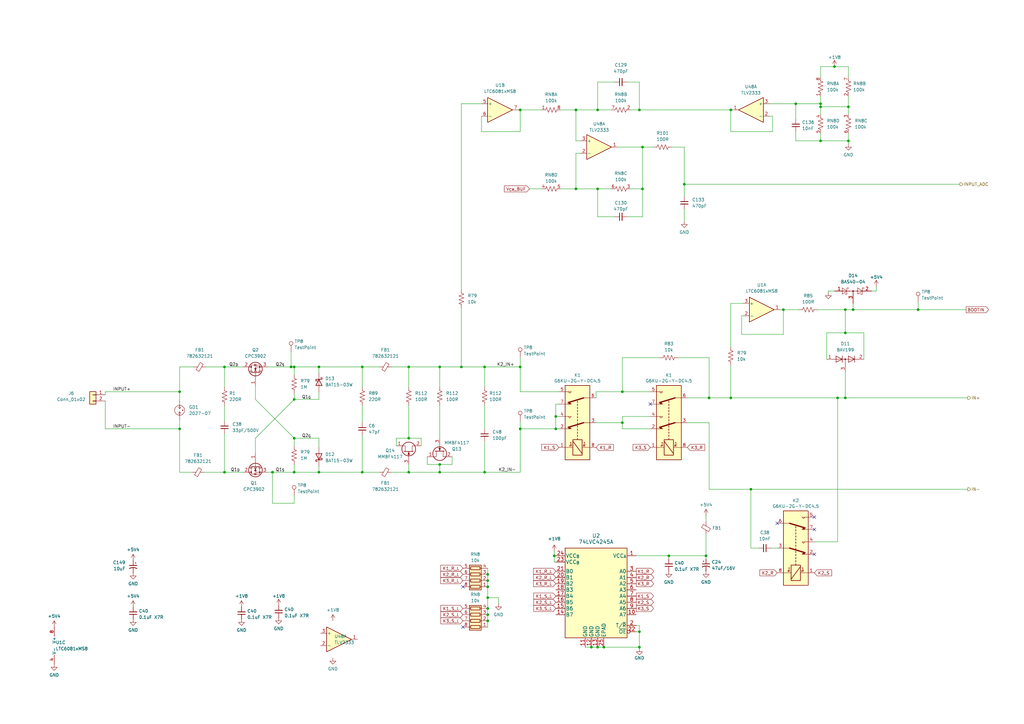
<source format=kicad_sch>
(kicad_sch (version 20230121) (generator eeschema)
  (paper "A3")
  (lib_symbols
    (symbol "Amplifier_Operational:LTC6081xMS8" (pin_names (offset 0.127))
      (property "Reference" "U" (at 0 5.08 0))
      (property "Value" "LTC6081xMS8" (at 0 -5.08 0))
      (symbol "LTC6081xMS8_1_1"
        (pin output line (at 7.62 0 180) (length 2.54) (name "~") (number "1"))
        (pin input line (at -7.62 -2.54 0) (length 2.54) (name "-") (number "2"))
        (pin input line (at -7.62 2.54 0) (length 2.54) (name "+") (number "3"))
      )
      (symbol "LTC6081xMS8_2_1"
        (pin input line (at -7.62 2.54 0) (length 2.54) (name "+") (number "5"))
        (pin input line (at -7.62 -2.54 0) (length 2.54) (name "-") (number "6"))
        (pin output line (at 7.62 0 180) (length 2.54) (name "~") (number "7"))
      )
      (symbol "LTC6081xMS8_3_1"
        (pin power_in line (at -2.54 -7.62 90) (length 3.81) (name "V-") (number "4"))
        (pin power_in line (at -2.54 7.62 270) (length 3.81) (name "V+") (number "8"))
      )
    )
    (symbol "Amplifier_Operational:TLV2372" (pin_names (offset 0.127))
      (property "Reference" "U" (at 0 5.08 0))
      (property "Value" "TLV2372" (at 0 -5.08 0))
      (symbol "TLV2372_1_1"
        (pin output line (at 7.62 0 180) (length 2.54) (name "~") (number "1"))
        (pin input line (at -7.62 -2.54 0) (length 2.54) (name "-") (number "2"))
        (pin input line (at -7.62 2.54 0) (length 2.54) (name "+") (number "3"))
      )
      (symbol "TLV2372_2_1"
        (pin input line (at -7.62 2.54 0) (length 2.54) (name "+") (number "5"))
        (pin input line (at -7.62 -2.54 0) (length 2.54) (name "-") (number "6"))
        (pin output line (at 7.62 0 180) (length 2.54) (name "~") (number "7"))
      )
      (symbol "TLV2372_3_1"
        (pin power_in line (at -2.54 -7.62 90) (length 3.81) (name "V-") (number "4"))
        (pin power_in line (at -2.54 7.62 270) (length 3.81) (name "V+") (number "8"))
      )
    )
    (symbol "Connector:TestPoint" (pin_numbers hide) (pin_names (offset 0.762) hide)
      (property "Reference" "TP" (at 0 6.858 0))
      (property "Value" "TestPoint" (at 0 5.08 0))
      (symbol "TestPoint_1_1"
        (pin passive line (at 0 0 90) (length 2.54) (name "1") (number "1"))
      )
    )
    (symbol "Connector_Generic:Conn_01x02" (pin_names (offset 1.016) hide)
      (property "Reference" "J" (at 0 2.54 0))
      (property "Value" "Conn_01x02" (at 0 -5.08 0))
      (symbol "Conn_01x02_1_1"
        (pin passive line (at -5.08 0 0) (length 3.81) (name "Pin_1") (number "1"))
        (pin passive line (at -5.08 -2.54 0) (length 3.81) (name "Pin_2") (number "2"))
      )
    )
    (symbol "Device:CP1_Small" (pin_numbers hide) (pin_names (offset 0.254) hide)
      (property "Reference" "C" (at 0.254 1.778 0))
      (property "Value" "CP1_Small" (at 0.254 -2.032 0))
      (symbol "CP1_Small_1_1"
        (pin passive line (at 0 2.54 270) (length 2.032) (name "~") (number "1"))
        (pin passive line (at 0 -2.54 90) (length 2.032) (name "~") (number "2"))
      )
    )
    (symbol "Device:C_Small" (pin_numbers hide) (pin_names (offset 0.254) hide)
      (property "Reference" "C" (at 0.254 1.778 0))
      (property "Value" "C_Small" (at 0.254 -2.032 0))
      (symbol "C_Small_1_1"
        (pin passive line (at 0 2.54 270) (length 2.032) (name "~") (number "1"))
        (pin passive line (at 0 -2.54 90) (length 2.032) (name "~") (number "2"))
      )
    )
    (symbol "Device:Ferrite_Bead_Small" (pin_numbers hide) (pin_names (offset 0))
      (property "Reference" "FB" (at 1.905 1.27 0))
      (property "Value" "Ferrite_Bead_Small" (at 1.905 -1.27 0))
      (symbol "Ferrite_Bead_Small_1_1"
        (pin passive line (at 0 2.54 270) (length 1.27) (name "~") (number "1"))
        (pin passive line (at 0 -2.54 90) (length 1.27) (name "~") (number "2"))
      )
    )
    (symbol "Device:GDT_2pin" (pin_numbers hide)
      (property "Reference" "GD1" (at 3.81 1.27 0))
      (property "Value" "2027-07" (at 3.81 -1.27 0))
      (symbol "GDT_2pin_1_1"
        (pin passive line (at 0 -3.81 90) (length 2.54) (name "~") (number "1"))
        (pin passive line (at 0 3.81 270) (length 2.54) (name "~") (number "2"))
      )
    )
    (symbol "Device:R_Pack04" (pin_names (offset 0) hide)
      (property "Reference" "RN" (at -7.62 0 90))
      (property "Value" "R_Pack04" (at 5.08 0 90))
      (symbol "R_Pack04_1_1"
        (pin passive line (at -5.08 -5.08 90) (length 2.54) (name "R1.1") (number "1"))
        (pin passive line (at -2.54 -5.08 90) (length 2.54) (name "R2.1") (number "2"))
        (pin passive line (at 0 -5.08 90) (length 2.54) (name "R3.1") (number "3"))
        (pin passive line (at 2.54 -5.08 90) (length 2.54) (name "R4.1") (number "4"))
        (pin passive line (at 2.54 5.08 270) (length 2.54) (name "R4.2") (number "5"))
        (pin passive line (at 0 5.08 270) (length 2.54) (name "R3.2") (number "6"))
        (pin passive line (at -2.54 5.08 270) (length 2.54) (name "R2.2") (number "7"))
        (pin passive line (at -5.08 5.08 270) (length 2.54) (name "R1.2") (number "8"))
      )
    )
    (symbol "Device:R_US" (pin_numbers hide) (pin_names (offset 0))
      (property "Reference" "R" (at 2.54 0 90))
      (property "Value" "R_US" (at -2.54 0 90))
      (symbol "R_US_1_1"
        (pin passive line (at 0 3.81 270) (length 1.27) (name "~") (number "1"))
        (pin passive line (at 0 -3.81 90) (length 1.27) (name "~") (number "2"))
      )
    )
    (symbol "Device:R_array_US_4parallel" (pin_names (offset 0))
      (property "Reference" "RN" (at 2.54 0 90))
      (property "Value" "R_array_US_4parallel" (at -2.54 0 90))
      (symbol "R_array_US_4parallel_1_1"
        (pin passive line (at 0 3.81 270) (length 1.27) (name "~") (number "1"))
        (pin passive line (at 0 -3.81 90) (length 1.27) (name "~") (number "8"))
      )
      (symbol "R_array_US_4parallel_2_1"
        (pin passive line (at 0 3.81 270) (length 1.27) (name "~") (number "2"))
        (pin passive line (at 0 -3.81 90) (length 1.27) (name "~") (number "7"))
      )
      (symbol "R_array_US_4parallel_3_1"
        (pin passive line (at 0 3.81 270) (length 1.27) (name "~") (number "3"))
        (pin passive line (at 0 -3.81 90) (length 1.27) (name "~") (number "6"))
      )
      (symbol "R_array_US_4parallel_4_1"
        (pin passive line (at 0 3.81 270) (length 1.27) (name "~") (number "4"))
        (pin passive line (at 0 -3.81 90) (length 1.27) (name "~") (number "5"))
      )
    )
    (symbol "Diode:BAS40-04" (pin_names (offset 1.016))
      (property "Reference" "D" (at 0.635 -1.27 0))
      (property "Value" "BAS40-04" (at -6.35 5.715 0))
      (symbol "BAS40-04_1_1"
        (pin passive line (at -7.62 2.54 0) (length 3.81) (name "~") (number "1"))
        (pin passive line (at 7.62 2.54 180) (length 3.81) (name "~") (number "2"))
        (pin passive line (at 0 -2.54 90) (length 5.08) (name "~") (number "3"))
      )
    )
    (symbol "Diode:BAT48JFILM" (pin_numbers hide) (pin_names (offset 1.016) hide)
      (property "Reference" "D" (at 0 2.54 0))
      (property "Value" "BAT48JFILM" (at 0 -2.54 0))
      (symbol "BAT48JFILM_1_1"
        (pin passive line (at -3.81 0 0) (length 2.54) (name "K") (number "1"))
        (pin passive line (at 3.81 0 180) (length 2.54) (name "A") (number "2"))
      )
    )
    (symbol "Diode:BAV99" (pin_names hide)
      (property "Reference" "D" (at 0 5.08 0))
      (property "Value" "BAV99" (at 0 2.54 0))
      (symbol "BAV99_1_1"
        (pin passive line (at -7.62 0 0) (length 2.54) (name "K") (number "1"))
        (pin passive line (at 7.62 0 180) (length 2.54) (name "A") (number "2"))
        (pin passive line (at 0 -5.08 90) (length 2.54) (name "K") (number "3"))
      )
    )
    (symbol "Logic_LevelTranslator:74LVC4245A" (pin_names (offset 0.254))
      (property "Reference" "U" (at 0 6.985 0))
      (property "Value" "74LVC4245A" (at 0 4.445 0))
      (property "Datasheet" "https://assets.nexperia.com/documents/data-sheet/74LVC4245A.pdf" (at 0 0 0))
      (symbol "74LVC4245A_1_1"
        (pin power_in line (at -16.51 -3.175 0) (length 3.81) (name "VCC_{A}") (number "1"))
        (pin bidirectional line (at -16.51 -27.305 0) (length 3.81) (name "A7") (number "10"))
        (pin power_in line (at 4.445 -40.64 90) (length 3.81) (name "GND") (number "11"))
        (pin power_in line (at 1.905 -40.64 90) (length 3.81) (name "GND") (number "12"))
        (pin power_in line (at -0.635 -40.64 90) (length 3.81) (name "GND") (number "13"))
        (pin bidirectional line (at 16.51 -27.305 180) (length 3.81) (name "B7") (number "14"))
        (pin bidirectional line (at 16.51 -24.765 180) (length 3.81) (name "B6") (number "15"))
        (pin bidirectional line (at 16.51 -22.225 180) (length 3.81) (name "B5") (number "16"))
        (pin bidirectional line (at 16.51 -19.685 180) (length 3.81) (name "B4") (number "17"))
        (pin bidirectional line (at 16.51 -17.145 180) (length 3.81) (name "B3") (number "18"))
        (pin bidirectional line (at 16.51 -14.605 180) (length 3.81) (name "B2") (number "19"))
        (pin unspecified line (at -16.51 -31.75 0) (length 3.81) (name "T/~{R}") (number "2"))
        (pin bidirectional line (at 16.51 -12.065 180) (length 3.81) (name "B1") (number "20"))
        (pin bidirectional line (at 16.51 -9.525 180) (length 3.81) (name "B0") (number "21"))
        (pin unspecified inverted (at -16.51 -34.29 0) (length 3.81) (name "~{OE}") (number "22"))
        (pin power_in line (at 16.51 -5.715 180) (length 3.81) (name "VCC_{B}") (number "23"))
        (pin power_in line (at 16.51 -3.175 180) (length 3.81) (name "VCC_{B}") (number "24"))
        (pin unspecified line (at -3.175 -40.64 90) (length 3.81) (name "EPAD") (number "25"))
        (pin bidirectional line (at -16.51 -9.525 0) (length 3.81) (name "A0") (number "3"))
        (pin bidirectional line (at -16.51 -12.065 0) (length 3.81) (name "A1") (number "4"))
        (pin bidirectional line (at -16.51 -14.605 0) (length 3.81) (name "A2") (number "5"))
        (pin bidirectional line (at -16.51 -17.145 0) (length 3.81) (name "A3") (number "6"))
        (pin bidirectional line (at -16.51 -19.685 0) (length 3.81) (name "A4") (number "7"))
        (pin bidirectional line (at -16.51 -22.225 0) (length 3.81) (name "A5") (number "8"))
        (pin bidirectional line (at -16.51 -24.765 0) (length 3.81) (name "A6") (number "9"))
      )
    )
    (symbol "Relay:G6KU-2"
      (property "Reference" "K" (at 16.51 3.81 0))
      (property "Value" "G6KU-2" (at 16.51 1.27 0))
      (symbol "G6KU-2_0_0"
        (text "R:+" (at -8.763 -2.794 0) (effects (font (size 0.762 0.762))))
        (text "S:+" (at -8.763 2.794 0) (effects (font (size 0.762 0.762))))
      )
      (symbol "G6KU-2_1_1"
        (pin passive line (at -10.16 7.62 270) (length 2.54) (name "~") (number "1"))
        (pin passive line (at -2.54 7.62 270) (length 2.54) (name "~") (number "2"))
        (pin passive line (at 0 -7.62 90) (length 2.54) (name "~") (number "3"))
        (pin passive line (at 2.54 7.62 270) (length 2.54) (name "~") (number "4"))
        (pin passive line (at 12.7 7.62 270) (length 2.54) (name "~") (number "5"))
        (pin passive line (at 10.16 -7.62 90) (length 2.54) (name "~") (number "6"))
        (pin passive line (at 7.62 7.62 270) (length 2.54) (name "~") (number "7"))
        (pin passive line (at -10.16 -7.62 90) (length 2.54) (name "~") (number "8"))
      )
    )
    (symbol "Transistor_FET:BSP89" (pin_names hide)
      (property "Reference" "Q" (at 5.08 1.905 0))
      (property "Value" "BSP89" (at 5.08 0 0))
      (symbol "BSP89_1_1"
        (pin input line (at -5.08 0 0) (length 2.54) (name "G") (number "1"))
        (pin passive line (at 2.54 5.08 270) (length 2.54) (name "D") (number "2"))
        (pin passive line (at 2.54 -5.08 90) (length 2.54) (name "S") (number "3"))
      )
    )
    (symbol "Transistor_FET:MMBF4117" (pin_names hide)
      (property "Reference" "Q" (at 5.08 1.905 0))
      (property "Value" "MMBF4117" (at 5.08 0 0))
      (symbol "MMBF4117_1_1"
        (pin passive line (at 2.54 5.08 270) (length 2.54) (name "D") (number "1"))
        (pin passive line (at 2.54 -5.08 90) (length 2.54) (name "S") (number "2"))
        (pin input line (at -5.08 0 0) (length 2.54) (name "G") (number "3"))
      )
    )
    (symbol "power:+1V8" (power) (pin_names (offset 0))
      (property "Value" "+1V8" (at 0 3.556 0))
      (symbol "+1V8_1_1"
        (pin power_in line (at 0 0 90) (length 0) hide (name "+1V8") (number "1"))
      )
    )
    (symbol "power:+5V4" (power) (pin_names (offset 0))
      (property "Value" "+5V4" (at 0 3.556 0))
      (symbol "+5V4_1_1"
        (pin power_in line (at 0 0 90) (length 0) hide (name "+5V4") (number "1"))
      )
    )
    (symbol "power:GND" (power) (pin_names (offset 0))
      (property "Value" "GND" (at 0 -3.81 0))
      (symbol "GND_1_1"
        (pin power_in line (at 0 0 270) (length 0) hide (name "GND") (number "1"))
      )
    )
  )
  (junction (at 120.65 150.495))
  (junction (at 346.71 136.525))
  (junction (at 180.34 150.495))
  (junction (at 200.025 235.585))
  (junction (at 299.72 163.195))
  (junction (at 342.265 27.305))
  (junction (at 167.64 150.495))
  (junction (at 280.67 75.565))
  (junction (at 200.025 249.555))
  (junction (at 263.525 60.325))
  (junction (at 92.075 193.675))
  (junction (at 200.025 254.635))
  (junction (at 167.64 193.675))
  (junction (at 236.22 45.085))
  (junction (at 307.975 200.66))
  (junction (at 180.34 190.5))
  (junction (at 120.65 193.675))
  (junction (at 213.36 150.495))
  (junction (at 189.23 150.495))
  (junction (at 245.11 45.085))
  (junction (at 198.755 150.495))
  (junction (at 376.555 127))
  (junction (at 198.755 193.675))
  (junction (at 262.255 265.43))
  (junction (at 148.59 193.675))
  (junction (at 290.83 163.195))
  (junction (at 200.025 240.665))
  (junction (at 236.22 77.47))
  (junction (at 148.59 150.495))
  (junction (at 326.39 42.545))
  (junction (at 130.81 150.495))
  (junction (at 120.65 179.705))
  (junction (at 336.55 43.815))
  (junction (at 167.64 179.705))
  (junction (at 180.34 193.675))
  (junction (at 245.11 77.47))
  (junction (at 263.525 77.47))
  (junction (at 289.56 227.965))
  (junction (at 245.11 265.43))
  (junction (at 92.075 150.495))
  (junction (at 130.81 193.675))
  (junction (at 274.32 227.965))
  (junction (at 227.965 170.815))
  (junction (at 200.025 238.125))
  (junction (at 227.965 175.895))
  (junction (at 347.98 57.785))
  (junction (at 343.535 163.195))
  (junction (at 346.71 163.195))
  (junction (at 347.98 43.815))
  (junction (at 200.025 252.095))
  (junction (at 255.27 173.355))
  (junction (at 247.65 265.43))
  (junction (at 227.33 227.965))
  (junction (at 299.72 45.085))
  (junction (at 120.65 163.83))
  (junction (at 73.66 160.655))
  (junction (at 346.71 127))
  (junction (at 349.885 127))
  (junction (at 73.66 175.895))
  (junction (at 111.76 193.675))
  (junction (at 262.255 259.08))
  (junction (at 200.025 245.11))
  (junction (at 336.55 42.545))
  (junction (at 213.36 45.085))
  (junction (at 336.55 57.785))
  (junction (at 262.255 45.085))
  (junction (at 255.27 160.655))
  (junction (at 119.38 150.495))
  (junction (at 242.57 265.43))
  (junction (at 213.36 175.895))
  (junction (at 321.31 127))
  (no_connect (at 189.865 257.175))
  (no_connect (at 334.01 212.09))
  (no_connect (at 334.01 217.17))
  (no_connect (at 334.01 227.33))
  (no_connect (at 189.865 240.665))
  (no_connect (at 318.77 214.63))
  (no_connect (at 266.7 165.735))
  (wire (pts (xy 229.235 175.895) (xy 227.965 175.895)))
  (wire (pts (xy 304.8 124.46) (xy 299.72 124.46)))
  (wire (pts (xy 175.26 187.325) (xy 175.26 190.5)))
  (wire (pts (xy 175.26 190.5) (xy 180.34 190.5)))
  (wire (pts (xy 104.775 158.115) (xy 104.775 163.83)))
  (wire (pts (xy 92.075 150.495) (xy 99.695 150.495)))
  (wire (pts (xy 262.255 266.065) (xy 262.255 265.43)))
  (wire (pts (xy 162.56 182.88) (xy 162.56 179.705)))
  (wire (pts (xy 238.125 62.865) (xy 236.22 62.865)))
  (wire (pts (xy 229.235 165.735) (xy 227.965 165.735)))
  (wire (pts (xy 336.55 39.37) (xy 336.55 42.545)))
  (wire (pts (xy 180.34 190.5) (xy 185.42 190.5)))
  (wire (pts (xy 257.175 88.9) (xy 263.525 88.9)))
  (wire (pts (xy 245.11 265.43) (xy 242.57 265.43)))
  (wire (pts (xy 43.18 160.655) (xy 73.66 160.655)))
  (wire (pts (xy 354.33 136.525) (xy 354.33 147.32)))
  (wire (pts (xy 162.56 179.705) (xy 167.64 179.705)))
  (wire (pts (xy 245.11 77.47) (xy 250.825 77.47)))
  (wire (pts (xy 315.595 42.545) (xy 326.39 42.545)))
  (wire (pts (xy 92.075 150.495) (xy 92.075 158.75)))
  (wire (pts (xy 213.36 172.72) (xy 213.36 175.895)))
  (wire (pts (xy 236.22 77.47) (xy 245.11 77.47)))
  (wire (pts (xy 198.755 150.495) (xy 213.36 150.495)))
  (wire (pts (xy 73.66 150.495) (xy 73.66 160.655)))
  (wire (pts (xy 130.81 150.495) (xy 148.59 150.495)))
  (wire (pts (xy 263.525 60.325) (xy 263.525 77.47)))
  (wire (pts (xy 244.475 160.655) (xy 255.27 160.655)))
  (wire (pts (xy 281.94 163.195) (xy 290.83 163.195)))
  (wire (pts (xy 281.94 173.355) (xy 290.83 173.355)))
  (wire (pts (xy 167.64 150.495) (xy 167.64 158.75)))
  (wire (pts (xy 247.65 265.43) (xy 245.11 265.43)))
  (wire (pts (xy 299.72 45.085) (xy 300.355 45.085)))
  (wire (pts (xy 212.725 45.085) (xy 213.36 45.085)))
  (wire (pts (xy 130.81 163.83) (xy 130.81 160.655)))
  (wire (pts (xy 130.81 191.135) (xy 130.81 193.675)))
  (wire (pts (xy 304.165 137.16) (xy 321.31 137.16)))
  (wire (pts (xy 236.22 45.085) (xy 245.11 45.085)))
  (wire (pts (xy 245.11 33.655) (xy 252.095 33.655)))
  (wire (pts (xy 104.775 186.055) (xy 104.775 179.705)))
  (wire (pts (xy 307.975 224.79) (xy 307.975 200.66)))
  (wire (pts (xy 148.59 193.675) (xy 155.575 193.675)))
  (wire (pts (xy 238.125 57.785) (xy 236.22 57.785)))
  (wire (pts (xy 260.985 227.965) (xy 274.32 227.965)))
  (wire (pts (xy 167.64 193.675) (xy 180.34 193.675)))
  (wire (pts (xy 299.72 45.085) (xy 299.72 53.975)))
  (wire (pts (xy 255.27 170.815) (xy 255.27 173.355)))
  (wire (pts (xy 236.22 57.785) (xy 236.22 45.085)))
  (wire (pts (xy 347.98 43.815) (xy 347.98 39.37)))
  (wire (pts (xy 227.965 175.895) (xy 227.965 170.815)))
  (wire (pts (xy 347.98 31.75) (xy 347.98 27.305)))
  (wire (pts (xy 346.71 136.525) (xy 354.33 136.525)))
  (wire (pts (xy 346.71 152.4) (xy 346.71 163.195)))
  (wire (pts (xy 189.23 150.495) (xy 198.755 150.495)))
  (wire (pts (xy 43.18 164.465) (xy 43.18 175.895)))
  (wire (pts (xy 189.23 42.545) (xy 197.485 42.545)))
  (wire (pts (xy 347.98 57.785) (xy 347.98 54.61)))
  (wire (pts (xy 189.23 42.545) (xy 189.23 118.745)))
  (wire (pts (xy 262.255 45.085) (xy 299.72 45.085)))
  (wire (pts (xy 299.72 163.195) (xy 343.535 163.195)))
  (wire (pts (xy 316.865 47.625) (xy 315.595 47.625)))
  (wire (pts (xy 92.075 193.675) (xy 99.695 193.675)))
  (wire (pts (xy 255.27 146.685) (xy 270.51 146.685)))
  (wire (pts (xy 255.27 160.655) (xy 266.7 160.655)))
  (wire (pts (xy 280.67 90.805) (xy 280.67 85.725)))
  (wire (pts (xy 262.255 256.54) (xy 260.985 256.54)))
  (wire (pts (xy 339.09 147.32) (xy 339.09 136.525)))
  (wire (pts (xy 84.455 150.495) (xy 92.075 150.495)))
  (wire (pts (xy 335.28 127) (xy 346.71 127)))
  (wire (pts (xy 245.11 77.47) (xy 245.11 88.9)))
  (wire (pts (xy 245.11 45.085) (xy 245.11 33.655)))
  (wire (pts (xy 167.64 190.5) (xy 167.64 193.675)))
  (wire (pts (xy 120.65 163.83) (xy 130.81 163.83)))
  (wire (pts (xy 148.59 150.495) (xy 148.59 158.75)))
  (wire (pts (xy 180.34 166.37) (xy 180.34 179.705)))
  (wire (pts (xy 43.18 161.925) (xy 43.18 160.655)))
  (wire (pts (xy 180.34 150.495) (xy 180.34 158.75)))
  (wire (pts (xy 200.025 240.665) (xy 200.025 245.11)))
  (wire (pts (xy 339.09 136.525) (xy 346.71 136.525)))
  (wire (pts (xy 244.475 173.355) (xy 255.27 173.355)))
  (wire (pts (xy 227.965 165.735) (xy 227.965 170.815)))
  (wire (pts (xy 213.36 160.655) (xy 229.235 160.655)))
  (wire (pts (xy 321.31 137.16) (xy 321.31 127)))
  (wire (pts (xy 104.775 163.83) (xy 120.65 179.705)))
  (wire (pts (xy 111.76 193.675) (xy 120.65 193.675)))
  (wire (pts (xy 120.65 179.705) (xy 120.65 182.88)))
  (wire (pts (xy 242.57 265.43) (xy 240.03 265.43)))
  (wire (pts (xy 200.025 249.555) (xy 200.025 252.095)))
  (wire (pts (xy 376.555 127) (xy 396.24 127)))
  (wire (pts (xy 73.66 172.085) (xy 73.66 175.895)))
  (wire (pts (xy 92.075 177.8) (xy 92.075 193.675)))
  (wire (pts (xy 289.56 227.965) (xy 289.56 229.235)))
  (wire (pts (xy 342.265 27.305) (xy 336.55 27.305)))
  (wire (pts (xy 289.56 211.455) (xy 289.56 213.995)))
  (wire (pts (xy 289.56 219.075) (xy 289.56 227.965)))
  (wire (pts (xy 299.72 53.975) (xy 316.865 53.975)))
  (wire (pts (xy 229.87 77.47) (xy 236.22 77.47)))
  (wire (pts (xy 258.445 45.085) (xy 262.255 45.085)))
  (wire (pts (xy 120.65 193.675) (xy 130.81 193.675)))
  (wire (pts (xy 339.725 119.38) (xy 342.265 119.38)))
  (wire (pts (xy 262.255 265.43) (xy 247.65 265.43)))
  (wire (pts (xy 43.18 175.895) (xy 73.66 175.895)))
  (wire (pts (xy 160.655 150.495) (xy 167.64 150.495)))
  (wire (pts (xy 304.8 129.54) (xy 304.165 129.54)))
  (wire (pts (xy 357.505 119.38) (xy 359.41 119.38)))
  (wire (pts (xy 213.36 193.675) (xy 213.36 175.895)))
  (wire (pts (xy 204.47 245.11) (xy 204.47 247.65)))
  (wire (pts (xy 266.7 170.815) (xy 255.27 170.815)))
  (wire (pts (xy 347.98 59.055) (xy 347.98 57.785)))
  (wire (pts (xy 213.36 53.975) (xy 213.36 45.085)))
  (wire (pts (xy 180.34 150.495) (xy 189.23 150.495)))
  (wire (pts (xy 346.71 163.195) (xy 396.875 163.195)))
  (wire (pts (xy 92.075 166.37) (xy 92.075 172.72)))
  (wire (pts (xy 119.38 144.145) (xy 119.38 150.495)))
  (wire (pts (xy 326.39 57.785) (xy 326.39 53.975)))
  (wire (pts (xy 73.66 150.495) (xy 79.375 150.495)))
  (wire (pts (xy 280.67 60.325) (xy 280.67 75.565)))
  (wire (pts (xy 311.15 224.79) (xy 307.975 224.79)))
  (wire (pts (xy 167.64 150.495) (xy 180.34 150.495)))
  (wire (pts (xy 200.025 245.11) (xy 200.025 249.555)))
  (wire (pts (xy 321.31 127) (xy 327.66 127)))
  (wire (pts (xy 343.535 163.195) (xy 346.71 163.195)))
  (wire (pts (xy 255.27 160.655) (xy 255.27 146.685)))
  (wire (pts (xy 200.025 238.125) (xy 200.025 240.665)))
  (wire (pts (xy 130.81 193.675) (xy 148.59 193.675)))
  (wire (pts (xy 244.475 163.195) (xy 244.475 160.655)))
  (wire (pts (xy 180.34 193.675) (xy 198.755 193.675)))
  (wire (pts (xy 109.855 193.675) (xy 111.76 193.675)))
  (wire (pts (xy 258.445 77.47) (xy 263.525 77.47)))
  (wire (pts (xy 257.175 33.655) (xy 262.255 33.655)))
  (wire (pts (xy 227.965 170.815) (xy 229.235 170.815)))
  (wire (pts (xy 278.13 146.685) (xy 290.83 146.685)))
  (wire (pts (xy 104.775 179.705) (xy 120.65 163.83)))
  (wire (pts (xy 236.22 62.865) (xy 236.22 77.47)))
  (wire (pts (xy 198.755 150.495) (xy 198.755 158.75)))
  (wire (pts (xy 120.65 150.495) (xy 120.65 153.67)))
  (wire (pts (xy 280.67 80.645) (xy 280.67 75.565)))
  (wire (pts (xy 120.65 150.495) (xy 130.81 150.495)))
  (wire (pts (xy 336.55 42.545) (xy 336.55 43.815)))
  (wire (pts (xy 280.67 75.565) (xy 393.7 75.565)))
  (wire (pts (xy 111.76 206.375) (xy 111.76 193.675)))
  (wire (pts (xy 290.83 163.195) (xy 299.72 163.195)))
  (wire (pts (xy 336.55 27.305) (xy 336.55 31.75)))
  (wire (pts (xy 120.65 206.375) (xy 111.76 206.375)))
  (wire (pts (xy 119.38 150.495) (xy 120.65 150.495)))
  (wire (pts (xy 299.72 149.86) (xy 299.72 163.195)))
  (wire (pts (xy 255.27 173.355) (xy 255.27 175.895)))
  (wire (pts (xy 109.855 150.495) (xy 119.38 150.495)))
  (wire (pts (xy 253.365 60.325) (xy 263.525 60.325)))
  (wire (pts (xy 316.865 53.975) (xy 316.865 47.625)))
  (wire (pts (xy 262.255 259.08) (xy 260.985 259.08)))
  (wire (pts (xy 274.32 227.965) (xy 274.32 229.235)))
  (wire (pts (xy 83.82 193.675) (xy 92.075 193.675)))
  (wire (pts (xy 336.55 43.815) (xy 347.98 43.815)))
  (wire (pts (xy 326.39 48.895) (xy 326.39 42.545)))
  (wire (pts (xy 185.42 190.5) (xy 185.42 187.325)))
  (wire (pts (xy 290.83 200.66) (xy 290.83 173.355)))
  (wire (pts (xy 180.34 190.5) (xy 180.34 193.675)))
  (wire (pts (xy 120.65 190.5) (xy 120.65 193.675)))
  (wire (pts (xy 349.885 127) (xy 376.555 127)))
  (wire (pts (xy 336.55 57.785) (xy 326.39 57.785)))
  (wire (pts (xy 200.025 233.045) (xy 200.025 235.585)))
  (wire (pts (xy 263.525 88.9) (xy 263.525 77.47)))
  (wire (pts (xy 304.165 129.54) (xy 304.165 137.16)))
  (wire (pts (xy 73.66 160.655) (xy 73.66 164.465)))
  (wire (pts (xy 167.64 166.37) (xy 167.64 179.705)))
  (wire (pts (xy 227.33 227.965) (xy 227.33 230.505)))
  (wire (pts (xy 120.65 203.2) (xy 120.65 206.375)))
  (wire (pts (xy 245.11 88.9) (xy 252.095 88.9)))
  (wire (pts (xy 198.755 193.675) (xy 213.36 193.675)))
  (wire (pts (xy 200.025 235.585) (xy 200.025 238.125)))
  (wire (pts (xy 274.32 227.965) (xy 289.56 227.965)))
  (wire (pts (xy 227.965 227.965) (xy 227.33 227.965)))
  (wire (pts (xy 336.55 43.815) (xy 336.55 46.99)))
  (wire (pts (xy 73.66 193.675) (xy 73.66 175.895)))
  (wire (pts (xy 160.655 193.675) (xy 167.64 193.675)))
  (wire (pts (xy 229.87 45.085) (xy 236.22 45.085)))
  (wire (pts (xy 326.39 42.545) (xy 336.55 42.545)))
  (wire (pts (xy 197.485 47.625) (xy 197.485 53.975)))
  (wire (pts (xy 346.71 127) (xy 346.71 136.525)))
  (wire (pts (xy 197.485 53.975) (xy 213.36 53.975)))
  (wire (pts (xy 262.255 259.08) (xy 262.255 256.54)))
  (wire (pts (xy 299.72 124.46) (xy 299.72 142.24)))
  (wire (pts (xy 120.65 161.29) (xy 120.65 163.83)))
  (wire (pts (xy 321.31 127) (xy 320.04 127)))
  (wire (pts (xy 275.59 60.325) (xy 280.67 60.325)))
  (wire (pts (xy 172.72 179.705) (xy 172.72 182.88)))
  (wire (pts (xy 263.525 60.325) (xy 267.97 60.325)))
  (wire (pts (xy 120.65 179.705) (xy 130.81 179.705)))
  (wire (pts (xy 290.83 146.685) (xy 290.83 163.195)))
  (wire (pts (xy 189.23 126.365) (xy 189.23 150.495)))
  (wire (pts (xy 245.11 45.085) (xy 250.825 45.085)))
  (wire (pts (xy 336.55 54.61) (xy 336.55 57.785)))
  (wire (pts (xy 262.255 265.43) (xy 262.255 259.08)))
  (wire (pts (xy 213.36 150.495) (xy 213.36 160.655)))
  (wire (pts (xy 359.41 119.38) (xy 359.41 117.475)))
  (wire (pts (xy 339.725 120.015) (xy 339.725 119.38)))
  (wire (pts (xy 376.555 123.825) (xy 376.555 127)))
  (wire (pts (xy 130.81 179.705) (xy 130.81 183.515)))
  (wire (pts (xy 290.83 200.66) (xy 307.975 200.66)))
  (wire (pts (xy 316.23 224.79) (xy 318.77 224.79)))
  (wire (pts (xy 334.01 222.25) (xy 343.535 222.25)))
  (wire (pts (xy 336.55 57.785) (xy 347.98 57.785)))
  (wire (pts (xy 73.66 193.675) (xy 78.74 193.675)))
  (wire (pts (xy 347.98 46.99) (xy 347.98 43.815)))
  (wire (pts (xy 167.64 179.705) (xy 172.72 179.705)))
  (wire (pts (xy 213.36 175.895) (xy 227.965 175.895)))
  (wire (pts (xy 307.975 200.66) (xy 396.875 200.66)))
  (wire (pts (xy 213.36 146.685) (xy 213.36 150.495)))
  (wire (pts (xy 200.025 254.635) (xy 200.025 257.175)))
  (wire (pts (xy 227.33 226.06) (xy 227.33 227.965)))
  (wire (pts (xy 213.36 45.085) (xy 222.25 45.085)))
  (wire (pts (xy 262.255 33.655) (xy 262.255 45.085)))
  (wire (pts (xy 227.33 230.505) (xy 227.965 230.505)))
  (wire (pts (xy 343.535 163.195) (xy 343.535 222.25)))
  (wire (pts (xy 200.025 245.11) (xy 204.47 245.11)))
  (wire (pts (xy 198.755 166.37) (xy 198.755 175.895)))
  (wire (pts (xy 200.025 252.095) (xy 200.025 254.635)))
  (wire (pts (xy 347.98 27.305) (xy 342.265 27.305)))
  (wire (pts (xy 130.81 153.035) (xy 130.81 150.495)))
  (wire (pts (xy 349.885 127) (xy 346.71 127)))
  (wire (pts (xy 148.59 178.435) (xy 148.59 193.675)))
  (wire (pts (xy 198.755 180.975) (xy 198.755 193.675)))
  (wire (pts (xy 148.59 166.37) (xy 148.59 173.355)))
  (wire (pts (xy 349.885 124.46) (xy 349.885 127)))
  (wire (pts (xy 148.59 150.495) (xy 155.575 150.495)))
  (wire (pts (xy 217.17 77.47) (xy 222.25 77.47)))
  (wire (pts (xy 255.27 175.895) (xy 266.7 175.895)))
  (label "K2_IN+" (at 203.835 150.495 0))
  (label "Q2_{D}" (at 93.98 150.495 0))
  (label "Q2_{S}" (at 113.03 150.495 0))
  (label "Q1_{S}" (at 113.03 193.675 0))
  (label "INPUT+" (at 46.355 160.655 0))
  (label "Q1_{G}" (at 123.825 163.83 0))
  (label "Q1_{D}" (at 94.615 193.675 0))
  (label "INPUT-" (at 46.355 175.895 0))
  (label "Q2_{G}" (at 123.825 179.705 0))
  (label "K2_IN-" (at 204.47 193.675 0))
  (global_label "K1_R" (shape input) (at 244.475 183.515 0) (property "Intersheetrefs" "${INTERSHEET_REFS}" (effects hide)))
  (global_label "K1_S_L" (shape input) (at 189.865 249.555 180) (property "Intersheetrefs" "${INTERSHEET_REFS}" (effects hide)))
  (global_label "K1_R_L" (shape input) (at 227.965 234.315 180) (property "Intersheetrefs" "${INTERSHEET_REFS}" (effects hide)))
  (global_label "K1_R_L" (shape input) (at 189.865 233.045 180) (property "Intersheetrefs" "${INTERSHEET_REFS}" (effects hide)))
  (global_label "K3_R_L" (shape input) (at 227.965 239.395 180) (property "Intersheetrefs" "${INTERSHEET_REFS}" (effects hide)))
  (global_label "K3_R_L" (shape input) (at 189.865 238.125 180) (property "Intersheetrefs" "${INTERSHEET_REFS}" (effects hide)))
  (global_label "K3_R" (shape input) (at 281.94 183.515 0) (property "Intersheetrefs" "${INTERSHEET_REFS}" (effects hide)))
  (global_label "V_{CM}_BUF" (shape input) (at 217.17 77.47 180) (property "Intersheetrefs" "${INTERSHEET_REFS}" (effects hide)))
  (global_label "K3_S_L" (shape input) (at 227.965 249.555 180) (property "Intersheetrefs" "${INTERSHEET_REFS}" (effects hide)))
  (global_label "K2_R_L" (shape input) (at 227.965 236.855 180) (property "Intersheetrefs" "${INTERSHEET_REFS}" (effects hide)))
  (global_label "K2_R" (shape input) (at 318.77 234.95 180) (property "Intersheetrefs" "${INTERSHEET_REFS}" (effects hide)))
  (global_label "K2_S_L" (shape input) (at 227.965 247.015 180) (property "Intersheetrefs" "${INTERSHEET_REFS}" (effects hide)))
  (global_label "K3_S" (shape input) (at 266.7 183.515 180) (property "Intersheetrefs" "${INTERSHEET_REFS}" (effects hide)))
  (global_label "K1_S" (shape output) (at 260.985 244.475 0) (property "Intersheetrefs" "${INTERSHEET_REFS}" (effects hide)))
  (global_label "BOOTIN" (shape output) (at 396.24 127 0) (property "Intersheetrefs" "${INTERSHEET_REFS}" (effects hide)))
  (global_label "K1_S" (shape input) (at 229.235 183.515 180) (property "Intersheetrefs" "${INTERSHEET_REFS}" (effects hide)))
  (global_label "K2_R" (shape output) (at 260.985 236.855 0) (property "Intersheetrefs" "${INTERSHEET_REFS}" (effects hide)))
  (global_label "K1_R" (shape output) (at 260.985 234.315 0) (property "Intersheetrefs" "${INTERSHEET_REFS}" (effects hide)))
  (global_label "K3_S" (shape output) (at 260.985 249.555 0) (property "Intersheetrefs" "${INTERSHEET_REFS}" (effects hide)))
  (global_label "K2_S" (shape input) (at 334.01 234.95 0) (property "Intersheetrefs" "${INTERSHEET_REFS}" (effects hide)))
  (global_label "K3_S_L" (shape input) (at 189.865 254.635 180) (property "Intersheetrefs" "${INTERSHEET_REFS}" (effects hide)))
  (global_label "K2_S" (shape output) (at 260.985 247.015 0) (property "Intersheetrefs" "${INTERSHEET_REFS}" (effects hide)))
  (global_label "K2_R_L" (shape input) (at 189.865 235.585 180) (property "Intersheetrefs" "${INTERSHEET_REFS}" (effects hide)))
  (global_label "K1_S_L" (shape input) (at 227.965 244.475 180) (property "Intersheetrefs" "${INTERSHEET_REFS}" (effects hide)))
  (global_label "K3_R" (shape output) (at 260.985 239.395 0) (property "Intersheetrefs" "${INTERSHEET_REFS}" (effects hide)))
  (global_label "K2_S_L" (shape input) (at 189.865 252.095 180) (property "Intersheetrefs" "${INTERSHEET_REFS}" (effects hide)))
  (hierarchical_label "IN-" (shape output) (at 396.875 200.66 0))
  (hierarchical_label "IN+" (shape output) (at 396.875 163.195 0))
  (hierarchical_label "INPUT_ADC" (shape output) (at 393.7 75.565 0))
  (symbol (lib_id "Device:Ferrite_Bead_Small") (at 81.915 150.495 90) (unit 1)
    (property "Reference" "FB1" (at 81.8769 143.51 90))
    (property "Value" "782632121" (at 81.8769 146.05 90))
    (property "Footprint" "Resistor_SMD:R_0603_1608Metric_red" (effects hide))
    (property "Part Number" "MU1608-301Y" (effects hide))
    (instances (project "nV-Meter_rev_b" (path "" (reference "FB1") (unit 1)) (path "" (reference "FB2") (unit 1))))
  )
  (symbol (lib_id "Device:Ferrite_Bead_Small") (at 158.115 193.675 90) (unit 1)
    (property "Reference" "FB1" (at 158.0769 198.12 90))
    (property "Value" "782632121" (at 158.0769 200.66 90))
    (property "Footprint" "Resistor_SMD:R_0603_1608Metric_red" (effects hide))
    (property "Part Number" "MU1608-301Y" (effects hide))
    (instances (project "nV-Meter_rev_b" (path "" (reference "FB1") (unit 1)) (path "" (reference "FB3") (unit 1))))
  )
  (symbol (lib_id "Transistor_FET:MMBF4117") (at 180.34 184.785 90) (mirror x) (unit 1)
    (property "Reference" "Q13" (at 187.325 184.15 90))
    (property "Value" "MMBF4117" (at 187.325 181.61 90))
    (property "Footprint" "Package_TO_SOT_SMD:SOT-23" (effects hide))
    (property "Datasheet" "https://www.mouser.com/datasheet/2/308/1/MMBF4117_D-3150161.pdf" (effects hide))
    (property "Part Number" "x" (effects hide))
  )
  (symbol (lib_id "Device:C_Small") (at 274.32 231.775 0) (mirror x) (unit 1)
    (property "Reference" "C40" (at 276.6441 230.9339 0) (effects (justify left)))
    (property "Value" "0.1uF X7R" (at 276.6441 233.4708 0) (effects (justify left)))
    (property "Footprint" "Capacitor_SMD:C_0402_1005Metric" (effects hide))
    (property "Part Number" "CL05B105KB54PNC" (effects hide))
    (instances (project "nV-Meter_rev_b" (path "" (reference "C40") (unit 1)) (path "" (reference "C37") (unit 1)) (path "" (reference "C45") (unit 1))) (project "AFE_Testr01" (path "" (reference "C130") (unit 1))))
  )
  (symbol (lib_id "power:+1V8") (at 227.33 226.06 0) (mirror y) (unit 1)
    (property "Reference" "#PWR0333" (effects hide))
    (property "Value" "+1V8" (at 227.33 220.98 0))
  )
  (symbol (lib_id "power:+5V4") (at 54.61 248.92 0) (unit 1)
    (property "Reference" "#PWR0304" (effects hide))
    (property "Value" "+5V4" (at 54.61 244.475 0))
  )
  (symbol (lib_id "Device:Ferrite_Bead_Small") (at 81.28 193.675 90) (unit 1)
    (property "Reference" "FB1" (at 81.2419 186.69 90))
    (property "Value" "782632121" (at 81.2419 189.23 90))
    (property "Footprint" "Resistor_SMD:R_0603_1608Metric_red" (effects hide))
    (property "Part Number" "MU1608-301Y" (effects hide))
  )
  (symbol (lib_id "Logic_LevelTranslator:74LVC4245A") (at 244.475 224.79 0) (mirror y) (unit 1)
    (property "Reference" "U2" (at 244.475 219.71 0) (effects (font (size 1.524 1.524))))
    (property "Value" "74LVC4245A" (at 244.475 222.25 0) (effects (font (size 1.524 1.524))))
    (property "Footprint" "Package_DFN_QFN:Texas_RGY_R-PVQFN-N24_EP2.05x3.1mm" (effects hide))
    (property "Datasheet" "https://assets.nexperia.com/documents/data-sheet/74LVC4245A.pdf" (effects hide))
  )
  (symbol (lib_id "Amplifier_Operational:TLV2372") (at 307.975 45.085 0) (mirror y) (unit 1)
    (property "Reference" "U48" (at 307.975 35.56 0))
    (property "Value" "TLV2333" (at 307.975 38.1 0))
    (property "Footprint" "Package_SO:MSOP-8_3x3mm_P0.65mm" (effects hide))
    (property "Datasheet" "http://www.ti.com/lit/ds/symlink/tlv2375.pdf" (effects hide))
    (instances (project "nV-Meter_rev_b" (path "" (reference "U48") (unit 1)) (path "" (reference "U26") (unit 2))))
  )
  (symbol (lib_id "Device:C_Small") (at 313.69 224.79 270) (unit 1)
    (property "Reference" "C38" (at 313.6836 218.44 90))
    (property "Value" "10nF" (at 313.6836 220.98 90))
    (property "Footprint" "Capacitor_SMD:C_0603_1608Metric_red_outline" (effects hide))
    (property "In stock" "X" (effects hide))
    (instances (project "nV-Meter_rev_b" (path "" (reference "C38") (unit 1)) (path "" (reference "C52") (unit 1))))
  )
  (symbol (lib_id "Device:C_Small") (at 54.61 251.46 0) (mirror x) (unit 1)
    (property "Reference" "C40" (at 56.9341 250.6189 0) (effects (justify left)))
    (property "Value" "0.1uF X7R" (at 56.9341 253.1558 0) (effects (justify left)))
    (property "Footprint" "Capacitor_SMD:C_0402_1005Metric" (effects hide))
    (property "Part Number" "CL05B105KB54PNC" (effects hide))
    (instances (project "nV-Meter_rev_b" (path "" (reference "C40") (unit 1)) (path "" (reference "C37") (unit 1)) (path "" (reference "C49") (unit 1))) (project "AFE_Testr01" (path "" (reference "C130") (unit 1))))
  )
  (symbol (lib_id "Connector_Generic:Conn_01x02") (at 38.1 161.925 0) (mirror y) (unit 1)
    (property "Reference" "J6" (at 29.21 161.2931 0))
    (property "Value" "Conn_01x02" (at 29.21 163.83 0))
    (property "Footprint" "Connector_PinHeader_2.54mm:PinHeader_1x02_P2.54mm_Vertical" (effects hide))
    (instances (project "nV-Meter_rev_b" (path "" (reference "J6") (unit 1)) (path "" (reference "J1") (unit 1))))
  )
  (symbol (lib_id "Diode:BAV99") (at 346.71 147.32 0) (unit 1)
    (property "Reference" "D11" (at 346.71 140.97 0))
    (property "Value" "BAV199" (at 346.71 143.51 0))
    (property "Footprint" "Package_TO_SOT_SMD:SOT-23" (effects hide))
    (property "Datasheet" "https://assets.nexperia.com/documents/data-sheet/BAV99_SER.pdf" (effects hide))
    (instances (project "nV-Meter_rev_b" (path "" (reference "D11") (unit 1)) (path "" (reference "D11") (unit 1)) (path "" (reference "D16") (unit 1))))
  )
  (symbol (lib_id "Connector:TestPoint") (at 119.38 144.145 0) (unit 1)
    (property "Reference" "TP8" (at 120.777 140.0083 0) (effects (justify left)))
    (property "Value" "TestPoint" (at 120.777 142.5452 0) (effects (justify left)))
    (property "Footprint" "TestPoint:TestPoint_Pad_D1.0mm" (effects hide))
    (instances (project "nV-Meter_rev_b" (path "" (reference "TP8") (unit 1)) (path "" (reference "TP7") (unit 1)) (path "" (reference "TP17") (unit 1)) (path "" (reference "TP3") (unit 1))))
  )
  (symbol (lib_id "power:+5V4") (at 54.61 229.87 0) (unit 1)
    (property "Reference" "#PWR08" (effects hide))
    (property "Value" "+5V4" (at 54.61 225.425 0))
  )
  (symbol (lib_id "Amplifier_Operational:LTC6081xMS8") (at 24.765 264.795 0) (unit 3)
    (property "Reference" "U1" (at 22.86 263.525 0) (effects (justify left)))
    (property "Value" "LTC6081xMS8" (at 22.86 266.065 0) (effects (justify left)))
    (property "Footprint" "Package_SO:MSOP-8_3x3mm_P0.65mm" (effects hide))
    (property "Datasheet" "https://www.analog.com/media/en/technical-documentation/data-sheets/60812fd.pdf" (effects hide))
  )
  (symbol (lib_id "Amplifier_Operational:TLV2372") (at 245.745 60.325 0) (unit 1)
    (property "Reference" "U48" (at 245.745 50.8 0))
    (property "Value" "TLV2333" (at 245.745 53.34 0))
    (property "Footprint" "Package_SO:MSOP-8_3x3mm_P0.65mm" (effects hide))
    (property "Datasheet" "http://www.ti.com/lit/ds/symlink/tlv2375.pdf" (effects hide))
    (instances (project "nV-Meter_rev_b" (path "" (reference "U48") (unit 1)) (path "" (reference "U26") (unit 1))))
  )
  (symbol (lib_id "power:GND") (at 262.255 266.065 0) (mirror y) (unit 1)
    (property "Reference" "#PWR011" (effects hide))
    (property "Value" "GND" (at 262.255 269.875 0))
    (instances (project "nV-Meter_rev_b" (path "" (reference "#PWR011") (unit 1)) (path "" (reference "#PWR0176") (unit 1)) (path "" (reference "#PWR0338") (unit 1))) (project "AFE_Testr01" (path "" (reference "#PWR0271") (unit 1))))
  )
  (symbol (lib_id "power:GND") (at 204.47 247.65 0) (mirror y) (unit 1)
    (property "Reference" "#PWR023" (effects hide))
    (property "Value" "GND" (at 204.47 252.095 0))
    (instances (project "nV-Meter_rev_b" (path "" (reference "#PWR023") (unit 1)) (path "" (reference "#PWR0297") (unit 1)) (path "" (reference "#PWR035") (unit 1))))
  )
  (symbol (lib_id "power:GND") (at 22.225 272.415 0) (unit 1)
    (property "Reference" "#PWR011" (effects hide))
    (property "Value" "GND" (at 22.225 276.8584 0))
    (instances (project "nV-Meter_rev_b" (path "" (reference "#PWR011") (unit 1)) (path "" (reference "#PWR0182") (unit 1)) (path "" (reference "#PWR0301") (unit 1))) (project "AFE_Testr01" (path "" (reference "#PWR0271") (unit 1))))
  )
  (symbol (lib_id "power:+1V8") (at 136.525 254.635 0) (mirror y) (unit 1)
    (property "Reference" "#PWR022" (effects hide))
    (property "Value" "+1V8" (at 136.525 250.19 0))
    (instances (project "nV-Meter_rev_b" (path "" (reference "#PWR022") (unit 1)) (path "" (reference "#PWR0296") (unit 1)) (path "" (reference "#PWR0302") (unit 1))))
  )
  (symbol (lib_id "Device:C_Small") (at 254.635 88.9 90) (mirror x) (unit 1)
    (property "Reference" "C130" (at 254.635 83.185 90))
    (property "Value" "470pF" (at 254.635 85.725 90))
    (property "Footprint" "Capacitor_SMD:C_0402_1005Metric" (effects hide))
    (property "Field4" "C0G" (effects hide))
    (property "In stock" "X" (effects hide))
    (property "Part Number" "GCM1555C1H471JA16D" (effects hide))
    (instances (project "nV-Meter_rev_b" (path "" (reference "C130") (unit 1)) (path "" (reference "C142") (unit 1)) (path "" (reference "C70") (unit 1))))
  )
  (symbol (lib_id "Device:C_Small") (at 92.075 175.26 180) (unit 1)
    (property "Reference" "C38" (at 95.25 173.9836 0) (effects (justify right)))
    (property "Value" "33pF/500V" (at 95.25 176.5236 0) (effects (justify right)))
    (property "Footprint" "Capacitor_SMD:C_1206_3216Metric_Red" (effects hide))
    (property "In stock" "X" (effects hide))
    (property "Part Number" "GRM31A5C2H470JW01D" (effects hide))
    (instances (project "nV-Meter_rev_b" (path "" (reference "C38") (unit 1)) (path "" (reference "C1") (unit 1))))
  )
  (symbol (lib_id "Device:R_US") (at 274.32 146.685 90) (unit 1)
    (property "Reference" "R83" (at 274.32 140.97 90))
    (property "Value" "10k" (at 274.32 143.51 90))
    (property "Footprint" "Resistor_SMD:R_1206_3216Metric_red" (effects hide))
    (property "Part Number" "RG3216P-1002-B-T1" (effects hide))
  )
  (symbol (lib_id "Amplifier_Operational:LTC6081xMS8") (at 312.42 127 0) (unit 1)
    (property "Reference" "U1" (at 312.42 116.84 0))
    (property "Value" "LTC6081xMS8" (at 312.42 119.38 0))
    (property "Footprint" "Package_SO:MSOP-8_3x3mm_P0.65mm" (effects hide))
    (property "Datasheet" "https://www.analog.com/media/en/technical-documentation/data-sheets/60812fd.pdf" (effects hide))
  )
  (symbol (lib_id "power:GND") (at 274.32 234.315 0) (unit 1)
    (property "Reference" "#PWR011" (effects hide))
    (property "Value" "GND" (at 274.32 238.7584 0))
    (instances (project "nV-Meter_rev_b" (path "" (reference "#PWR011") (unit 1)) (path "" (reference "#PWR0182") (unit 1)) (path "" (reference "#PWR0307") (unit 1))) (project "AFE_Testr01" (path "" (reference "#PWR0271") (unit 1))))
  )
  (symbol (lib_id "Device:Ferrite_Bead_Small") (at 158.115 150.495 90) (unit 1)
    (property "Reference" "FB1" (at 158.0769 143.51 90))
    (property "Value" "782632121" (at 158.0769 146.05 90))
    (property "Footprint" "Resistor_SMD:R_0603_1608Metric_red" (effects hide))
    (property "Part Number" "MU1608-301Y" (effects hide))
    (instances (project "nV-Meter_rev_b" (path "" (reference "FB1") (unit 1)) (path "" (reference "FB4") (unit 1))))
  )
  (symbol (lib_id "Device:R_array_US_4parallel") (at 347.98 35.56 180) (unit 2)
    (property "Reference" "RN8" (at 349.885 34.29 0) (effects (justify right)))
    (property "Value" "100k" (at 349.885 36.83 0) (effects (justify right)))
    (property "Footprint" "Resistor_SMD:R_Array_Convex_4x0603" (effects hide))
    (property "Part Number" "ACASA1003U1003P1AT" (effects hide))
    (instances (project "nV-Meter_rev_b" (path "" (reference "RN8") (unit 2)) (path "" (reference "RN12") (unit 2)) (path "" (reference "RN9") (unit 2))))
  )
  (symbol (lib_id "Diode:BAT48JFILM") (at 130.81 156.845 270) (unit 1)
    (property "Reference" "D13" (at 133.35 155.2575 90) (effects (justify left)))
    (property "Value" "BAT15-03W" (at 133.35 157.7975 90) (effects (justify left)))
    (property "Footprint" "Diode_SMD:D_SOD-323" (effects hide))
    (property "Datasheet" "www.st.com/resource/en/datasheet/bat48.pdf" (effects hide))
  )
  (symbol (lib_id "Device:R_US") (at 189.23 122.555 180) (unit 1)
    (property "Reference" "R79" (at 191.77 121.285 0) (effects (justify right)))
    (property "Value" "10k" (at 191.77 123.825 0) (effects (justify right)))
    (property "Footprint" "Resistor_SMD:R_0402_1005Metric" (effects hide))
    (property "Part Number" "RT0402FRE0710KL" (effects hide))
    (instances (project "nV-Meter_rev_b" (path "" (reference "R79") (unit 1)) (path "" (reference "R131") (unit 1)) (path "" (reference "R82") (unit 1))) (project "AFE_Testr01" (path "" (reference "R108") (unit 1))))
  )
  (symbol (lib_id "Device:C_Small") (at 280.67 83.185 0) (unit 1)
    (property "Reference" "C133" (at 283.845 81.9213 0) (effects (justify left)))
    (property "Value" "470pF" (at 283.845 84.4613 0) (effects (justify left)))
    (property "Footprint" "Capacitor_SMD:C_0402_1005Metric" (effects hide))
    (property "Field4" "C0G" (effects hide))
    (property "In stock" "X" (effects hide))
    (property "Part Number" "GCM1555C1H471JA16D" (effects hide))
    (instances (project "nV-Meter_rev_b" (path "" (reference "C133") (unit 1)) (path "" (reference "C158") (unit 1)) (path "" (reference "C33") (unit 1))))
  )
  (symbol (lib_id "Device:R_US") (at 271.78 60.325 270) (unit 1)
    (property "Reference" "R101" (at 271.78 54.61 90))
    (property "Value" "100R" (at 271.78 57.15 90))
    (property "Footprint" "Resistor_SMD:R_0402_1005Metric" (effects hide))
    (property "In stock" "X" (effects hide))
    (property "Part Number" "RR0510R-101-D" (effects hide))
    (instances (project "nV-Meter_rev_b" (path "" (reference "R101") (unit 1)) (path "" (reference "R154") (unit 1)) (path "" (reference "R57") (unit 1))))
  )
  (symbol (lib_id "power:+5V4") (at 22.225 257.175 0) (unit 1)
    (property "Reference" "#PWR0300" (effects hide))
    (property "Value" "+5V4" (at 22.225 252.73 0))
  )
  (symbol (lib_id "power:GND") (at 339.725 120.015 0) (unit 1)
    (property "Reference" "#PWR0198" (effects hide))
    (property "Value" "GND" (effects hide))
    (instances (project "nV-Meter_rev_b" (path "" (reference "#PWR0198") (unit 1)) (path "" (reference "#PWR0108") (unit 1)) (path "" (reference "#PWR0102") (unit 1)) (path "" (reference "#PWR0341") (unit 1))) (project "Refcomp Rev02" (path "" (reference "#PWR081") (unit 1))))
  )
  (symbol (lib_id "Diode:BAS40-04") (at 349.885 121.92 0) (unit 1)
    (property "Reference" "D14" (at 349.885 113.03 0))
    (property "Value" "BAS40-04" (at 349.885 115.57 0))
    (property "Footprint" "Package_TO_SOT_SMD:SOT-323_SC-70" (effects hide))
    (property "Datasheet" "http://www.vishay.com/docs/85701/bas40v.pdf" (effects hide))
    (property "Part Number" "BAS40-04W,115" (effects hide))
  )
  (symbol (lib_id "Device:R_US") (at 148.59 162.56 0) (unit 1)
    (property "Reference" "R89" (at 151.13 161.29 0) (effects (justify left)))
    (property "Value" "220R" (at 151.13 163.83 0) (effects (justify left)))
    (property "Footprint" "Resistor_SMD:R_0402_1005Metric" (effects hide))
    (property "In stock" "X" (effects hide))
    (property "Part Number" "RC0402JR-7D220RL" (effects hide))
    (instances (project "nV-Meter_rev_b" (path "" (reference "R89") (unit 1)) (path "" (reference "R50") (unit 1)) (path "" (reference "R81") (unit 1))))
  )
  (symbol (lib_id "Device:GDT_2pin") (at 73.66 168.275 0) (unit 1)
    (property "Reference" "GD1" (at 77.47 167.005 0) (effects (justify left)))
    (property "Value" "2027-07" (at 77.47 169.545 0) (effects (justify left)))
    (property "Footprint" "Capacitor_THT:C_Rect_L16.5mm_W8.7mm_P15.00mm_MKT" (effects hide))
    (property "Part Number" "2027-07-ALF" (effects hide))
  )
  (symbol (lib_id "Device:R_US") (at 331.47 127 90) (unit 1)
    (property "Reference" "R85" (at 331.47 121.285 90))
    (property "Value" "100R" (at 331.47 123.825 90))
    (property "Footprint" "Resistor_SMD:R_0402_1005Metric" (effects hide))
    (property "Part Number" "RR0510R-101-D" (effects hide))
  )
  (symbol (lib_id "Device:C_Small") (at 254.635 33.655 90) (unit 1)
    (property "Reference" "C129" (at 254.6413 26.67 90))
    (property "Value" "470pF" (at 254.6413 29.21 90))
    (property "Footprint" "Capacitor_SMD:C_0402_1005Metric" (effects hide))
    (property "Field4" "C0G" (effects hide))
    (property "In stock" "X" (effects hide))
    (property "Part Number" "GCM1555C1H471JA16D" (effects hide))
    (instances (project "nV-Meter_rev_b" (path "" (reference "C129") (unit 1)) (path "" (reference "C160") (unit 1)) (path "" (reference "C80") (unit 1))))
  )
  (symbol (lib_id "Connector:TestPoint") (at 376.555 123.825 0) (unit 1)
    (property "Reference" "TP8" (at 377.952 119.6883 0) (effects (justify left)))
    (property "Value" "TestPoint" (at 377.952 122.2252 0) (effects (justify left)))
    (property "Footprint" "TestPoint:TestPoint_Pad_D1.0mm" (effects hide))
    (instances (project "nV-Meter_rev_b" (path "" (reference "TP8") (unit 1)) (path "" (reference "TP7") (unit 1)) (path "" (reference "TP17") (unit 1)) (path "" (reference "TP4") (unit 1))))
  )
  (symbol (lib_id "power:+1V8") (at 114.3 248.285 0) (mirror y) (unit 1)
    (property "Reference" "#PWR022" (effects hide))
    (property "Value" "+1V8" (at 114.3 244.475 0))
    (instances (project "nV-Meter_rev_b" (path "" (reference "#PWR022") (unit 1)) (path "" (reference "#PWR0296") (unit 1)) (path "" (reference "#PWR0322") (unit 1))))
  )
  (symbol (lib_id "Device:R_array_US_4parallel") (at 336.55 35.56 180) (unit 1)
    (property "Reference" "RN8" (at 339.09 34.29 0) (effects (justify right)))
    (property "Value" "100k" (at 339.09 36.83 0) (effects (justify right)))
    (property "Footprint" "Resistor_SMD:R_Array_Convex_4x0603" (effects hide))
    (property "Part Number" "ACASA1003U1003P1AT" (effects hide))
    (instances (project "nV-Meter_rev_b" (path "" (reference "RN8") (unit 1)) (path "" (reference "RN12") (unit 1)) (path "" (reference "RN9") (unit 1))))
  )
  (symbol (lib_id "Device:C_Small") (at 99.06 251.46 0) (mirror x) (unit 1)
    (property "Reference" "C40" (at 101.3841 250.6189 0) (effects (justify left)))
    (property "Value" "0.1uF X7R" (at 101.3841 253.1558 0) (effects (justify left)))
    (property "Footprint" "Capacitor_SMD:C_0402_1005Metric" (effects hide))
    (property "Part Number" "CL05B105KB54PNC" (effects hide))
    (instances (project "nV-Meter_rev_b" (path "" (reference "C40") (unit 1)) (path "" (reference "C35") (unit 1)) (path "" (reference "C44") (unit 1))) (project "AFE_Testr01" (path "" (reference "C130") (unit 1))))
  )
  (symbol (lib_id "Device:R_US") (at 167.64 162.56 180) (unit 1)
    (property "Reference" "R112" (at 170.18 161.29 0) (effects (justify right)))
    (property "Value" "100R" (at 170.18 163.83 0) (effects (justify right)))
    (property "Footprint" "Resistor_SMD:R_0402_1005Metric" (effects hide))
    (property "Part Number" "RR0510R-101-D" (effects hide))
    (instances (project "nV-Meter_rev_b" (path "" (reference "R112") (unit 1)) (path "" (reference "R78") (unit 1))) (project "uC-ADC" (path "" (reference "R45") (unit 1))) (project "AFE_Testr01" (path "" (reference "R123") (unit 1))))
  )
  (symbol (lib_id "Transistor_FET:BSP89") (at 104.775 153.035 90) (unit 1)
    (property "Reference" "Q2" (at 104.775 143.51 90))
    (property "Value" "CPC3902" (at 104.775 146.05 90))
    (property "Footprint" "Package_TO_SOT_SMD:SOT-223-3_TabPin2" (effects hide))
    (property "Datasheet" "https://www.infineon.com/dgdl/Infineon-BSP89-DS-v02_02-en.pdf?fileId=db3a30433b47825b013b4b8a07f90d55" (effects hide))
    (property "Part Number" "CPC3902ZTR" (effects hide))
    (property "Vendor" "CPC3902ZTR" (effects hide))
  )
  (symbol (lib_id "Device:R_US") (at 198.755 162.56 180) (unit 1)
    (property "Reference" "R112" (at 200.66 161.29 0) (effects (justify right)))
    (property "Value" "100R" (at 200.66 163.83 0) (effects (justify right)))
    (property "Footprint" "Resistor_SMD:R_0402_1005Metric" (effects hide))
    (property "Part Number" "RR0510R-101-D" (effects hide))
    (instances (project "nV-Meter_rev_b" (path "" (reference "R112") (unit 1)) (path "" (reference "R76") (unit 1))) (project "uC-ADC" (path "" (reference "R45") (unit 1))) (project "AFE_Testr01" (path "" (reference "R123") (unit 1))))
  )
  (symbol (lib_id "Device:CP1_Small") (at 289.56 231.775 0) (unit 1)
    (property "Reference" "C24" (at 291.8714 230.5085 0) (effects (justify left)))
    (property "Value" "47uF/16V" (at 291.8714 233.0454 0) (effects (justify left)))
    (property "Footprint" "Capacitor_Tantalum_SMD:CP_EIA-3528-12_AVX_B_Conformal" (effects hide))
    (property "Part Number" "F951C476MBAAQ2" (effects hide))
    (instances (project "StdRef_revB" (path "" (reference "C24") (unit 1))) (project "nV-Meter_rev_b" (path "" (reference "C29") (unit 1)) (path "" (reference "C126") (unit 1)) (path "" (reference "C46") (unit 1))) (project "uC-ADC" (path "" (reference "C24") (unit 1))))
  )
  (symbol (lib_id "Connector:TestPoint") (at 213.36 146.685 0) (unit 1)
    (property "Reference" "TP8" (at 214.757 142.5483 0) (effects (justify left)))
    (property "Value" "TestPoint" (at 214.757 145.0852 0) (effects (justify left)))
    (property "Footprint" "TestPoint:TestPoint_Pad_D1.0mm" (effects hide))
    (instances (project "nV-Meter_rev_b" (path "" (reference "TP8") (unit 1)) (path "" (reference "TP7") (unit 1)) (path "" (reference "TP17") (unit 1)) (path "" (reference "TP2") (unit 1))))
  )
  (symbol (lib_id "Transistor_FET:BSP89") (at 104.775 191.135 90) (mirror x) (unit 1)
    (property "Reference" "Q1" (at 104.14 198.12 90))
    (property "Value" "CPC3902" (at 104.14 200.66 90))
    (property "Footprint" "Package_TO_SOT_SMD:SOT-223-3_TabPin2" (effects hide))
    (property "Datasheet" "https://www.infineon.com/dgdl/Infineon-BSP89-DS-v02_02-en.pdf?fileId=db3a30433b47825b013b4b8a07f90d55" (effects hide))
    (property "Part Number" "CPC3902ZTR" (effects hide))
    (property "Vendor" "CPC3902ZTR" (effects hide))
  )
  (symbol (lib_id "Device:R_array_US_4parallel") (at 347.98 50.8 0) (unit 3)
    (property "Reference" "RN8" (at 350.52 49.53 0) (effects (justify left)))
    (property "Value" "100k" (at 350.52 52.07 0) (effects (justify left)))
    (property "Footprint" "Resistor_SMD:R_Array_Convex_4x0603" (effects hide))
    (property "Part Number" "ACASA1003U1003P1AT" (effects hide))
    (instances (project "nV-Meter_rev_b" (path "" (reference "RN8") (unit 3)) (path "" (reference "RN12") (unit 3)) (path "" (reference "RN9") (unit 3))))
  )
  (symbol (lib_id "Device:C_Small") (at 148.59 175.895 0) (unit 1)
    (property "Reference" "C6" (at 151.13 174.6313 0) (effects (justify left)))
    (property "Value" "47pF" (at 151.13 177.1713 0) (effects (justify left)))
    (property "Footprint" "Capacitor_SMD:C_0603_1608Metric_red_outline" (effects hide))
    (property "Field4" "C0G" (effects hide))
    (property "Mouser P/N" "81-GCM1885C2A3R3BA6D" (effects hide))
    (property "Vendor" "81-GCM1885C2A3R3BA6D" (effects hide))
    (property "In stock" "X" (effects hide))
    (property "Part Number" "GCM1885C2A470JA16J" (effects hide))
    (instances (project "nV-Meter_rev_b" (path "" (reference "C6") (unit 1)) (path "" (reference "C47") (unit 1))))
  )
  (symbol (lib_id "Amplifier_Operational:LTC6081xMS8") (at 205.105 45.085 0) (unit 2)
    (property "Reference" "U1" (at 205.105 34.925 0))
    (property "Value" "LTC6081xMS8" (at 205.105 37.465 0))
    (property "Footprint" "Package_SO:MSOP-8_3x3mm_P0.65mm" (effects hide))
    (property "Datasheet" "https://www.analog.com/media/en/technical-documentation/data-sheets/60812fd.pdf" (effects hide))
  )
  (symbol (lib_id "Device:R_array_US_4parallel") (at 336.55 50.8 0) (unit 4)
    (property "Reference" "RN8" (at 339.09 49.53 0) (effects (justify left)))
    (property "Value" "100k" (at 339.09 52.07 0) (effects (justify left)))
    (property "Footprint" "Resistor_SMD:R_Array_Convex_4x0603" (effects hide))
    (property "Part Number" "ACASA1003U1003P1AT" (effects hide))
    (instances (project "nV-Meter_rev_b" (path "" (reference "RN8") (unit 4)) (path "" (reference "RN12") (unit 4)) (path "" (reference "RN9") (unit 4))))
  )
  (symbol (lib_id "Relay:G6KU-2") (at 236.855 173.355 90) (unit 1)
    (property "Reference" "K1" (at 236.855 153.8732 90))
    (property "Value" "G6KU-2G-Y-DC4.5" (at 236.855 156.1846 90))
    (property "Footprint" "Relay_SMD:Relay_DPDT_Omron_G6K-2G-Y" (effects hide))
    (property "Datasheet" "http://omronfs.omron.com/en_US/ecb/products/pdf/en-g6k.pdf" (effects hide))
    (property "Part Number" "G6KU-2G-Y-DC4.5" (effects hide))
    (instances (project "nV-Meter_rev_b" (path "" (reference "K1") (unit 1)) (path "" (reference "K2") (unit 1))))
  )
  (symbol (lib_id "power:GND") (at 54.61 254 0) (unit 1)
    (property "Reference" "#PWR011" (effects hide))
    (property "Value" "GND" (at 54.61 258.4434 0))
    (instances (project "nV-Meter_rev_b" (path "" (reference "#PWR011") (unit 1)) (path "" (reference "#PWR0182") (unit 1)) (path "" (reference "#PWR0305") (unit 1))) (project "AFE_Testr01" (path "" (reference "#PWR0271") (unit 1))))
  )
  (symbol (lib_id "Device:R_US") (at 120.65 186.69 180) (unit 1)
    (property "Reference" "R79" (at 123.19 185.42 0) (effects (justify right)))
    (property "Value" "1M" (at 123.19 187.96 0) (effects (justify right)))
    (property "Footprint" "Resistor_SMD:R_0402_1005Metric" (effects hide))
    (property "Part Number" "RC0402FR-7W1ML" (effects hide))
    (instances (project "nV-Meter_rev_b" (path "" (reference "R79") (unit 1)) (path "" (reference "R132") (unit 1)) (path "" (reference "R80") (unit 1))) (project "AFE_Testr01" (path "" (reference "R108") (unit 1))))
  )
  (symbol (lib_id "Device:R_array_US_4parallel") (at 254.635 77.47 270) (unit 3)
    (property "Reference" "RN8" (at 254.635 71.12 90))
    (property "Value" "100k" (at 254.635 73.66 90))
    (property "Footprint" "Resistor_SMD:R_Array_Convex_4x0603" (effects hide))
    (property "Part Number" "ACASA1003U1003P1AT" (effects hide))
    (instances (project "nV-Meter_rev_b" (path "" (reference "RN8") (unit 3)) (path "" (reference "RN12") (unit 3)) (path "" (reference "RN10") (unit 3))))
  )
  (symbol (lib_id "power:+5V4") (at 359.41 117.475 0) (unit 1)
    (property "Reference" "#PWR0342" (effects hide))
    (property "Value" "+5V4" (at 359.41 113.665 0))
  )
  (symbol (lib_id "Device:R_Pack04") (at 194.945 252.095 90) (unit 1)
    (property "Reference" "RN8" (at 194.945 243.84 90))
    (property "Value" "10k" (at 194.945 246.38 90))
    (property "Footprint" "Resistor_SMD:R_Array_Convex_4x0402" (effects hide))
    (property "Part Number" "EXB-28V103JX" (effects hide))
    (instances (project "nV-Meter_rev_b" (path "" (reference "RN8") (unit 1)) (path "" (reference "RN8") (unit 1))) (project "uC-ADC" (path "" (reference "RN3") (unit 1))))
  )
  (symbol (lib_id "power:GND") (at 289.56 234.315 0) (unit 1)
    (property "Reference" "#PWR011" (effects hide))
    (property "Value" "GND" (at 289.56 238.7584 0))
    (instances (project "nV-Meter_rev_b" (path "" (reference "#PWR011") (unit 1)) (path "" (reference "#PWR0182") (unit 1)) (path "" (reference "#PWR012") (unit 1))) (project "AFE_Testr01" (path "" (reference "#PWR0271") (unit 1))))
  )
  (symbol (lib_id "Device:R_US") (at 180.34 162.56 180) (unit 1)
    (property "Reference" "R112" (at 182.88 161.29 0) (effects (justify right)))
    (property "Value" "100R" (at 182.88 163.83 0) (effects (justify right)))
    (property "Footprint" "Resistor_SMD:R_0402_1005Metric" (effects hide))
    (property "Part Number" "RR0510R-101-D" (effects hide))
    (instances (project "nV-Meter_rev_b" (path "" (reference "R112") (unit 1)) (path "" (reference "R79") (unit 1))) (project "uC-ADC" (path "" (reference "R45") (unit 1))) (project "AFE_Testr01" (path "" (reference "R123") (unit 1))))
  )
  (symbol (lib_id "power:+1V8") (at 99.06 248.92 0) (mirror y) (unit 1)
    (property "Reference" "#PWR022" (effects hide))
    (property "Value" "+1V8" (at 99.06 244.475 0))
    (instances (project "nV-Meter_rev_b" (path "" (reference "#PWR022") (unit 1)) (path "" (reference "#PWR0296") (unit 1)) (path "" (reference "#PWR0316") (unit 1))))
  )
  (symbol (lib_id "Device:C_Small") (at 326.39 51.435 180) (unit 1)
    (property "Reference" "C136" (at 328.93 50.1586 0) (effects (justify right)))
    (property "Value" "10nF" (at 328.93 52.6986 0) (effects (justify right)))
    (property "Footprint" "Capacitor_SMD:C_0603_1608Metric_red_outline" (effects hide))
    (property "In stock" "X" (effects hide))
    (instances (project "nV-Meter_rev_b" (path "" (reference "C136") (unit 1)) (path "" (reference "C104") (unit 1)) (path "" (reference "C65") (unit 1))))
  )
  (symbol (lib_id "power:GND") (at 54.61 234.95 0) (unit 1)
    (property "Reference" "#PWR011" (effects hide))
    (property "Value" "GND" (at 54.61 239.3934 0))
    (instances (project "nV-Meter_rev_b" (path "" (reference "#PWR011") (unit 1)) (path "" (reference "#PWR0182") (unit 1)) (path "" (reference "#PWR09") (unit 1))) (project "AFE_Testr01" (path "" (reference "#PWR0271") (unit 1))))
  )
  (symbol (lib_id "power:GND") (at 114.3 253.365 0) (unit 1)
    (property "Reference" "#PWR011" (effects hide))
    (property "Value" "GND" (at 114.3 257.8084 0))
    (instances (project "nV-Meter_rev_b" (path "" (reference "#PWR011") (unit 1)) (path "" (reference "#PWR0176") (unit 1)) (path "" (reference "#PWR0323") (unit 1))) (project "AFE_Testr01" (path "" (reference "#PWR0271") (unit 1))))
  )
  (symbol (lib_id "Relay:G6KU-2") (at 326.39 224.79 270) (mirror x) (unit 1)
    (property "Reference" "K2" (at 326.39 205.3082 90))
    (property "Value" "G6KU-2G-Y-DC4.5" (at 326.39 207.6196 90))
    (property "Footprint" "Relay_SMD:Relay_DPDT_Omron_G6K-2G-Y" (effects hide))
    (property "Datasheet" "http://omronfs.omron.com/en_US/ecb/products/pdf/en-g6k.pdf" (effects hide))
    (property "Part Number" "G6KU-2G-Y-DC4.5" (effects hide))
    (instances (project "nV-Meter_rev_b" (path "" (reference "K2") (unit 1)) (path "" (reference "K3") (unit 1))))
  )
  (symbol (lib_id "Amplifier_Operational:TLV2372") (at 139.065 262.255 0) (unit 1)
    (property "Reference" "U48" (at 137.16 260.985 0) (effects (justify left)))
    (property "Value" "TLV2333" (at 137.16 263.525 0) (effects (justify left)))
    (property "Footprint" "Package_SO:MSOP-8_3x3mm_P0.65mm" (effects hide))
    (property "Datasheet" "http://www.ti.com/lit/ds/symlink/tlv2375.pdf" (effects hide))
    (instances (project "nV-Meter_rev_b" (path "" (reference "U48") (unit 1)) (path "" (reference "U26") (unit 3))))
  )
  (symbol (lib_id "Connector:TestPoint") (at 120.65 203.2 0) (unit 1)
    (property "Reference" "TP8" (at 122.047 199.0633 0) (effects (justify left)))
    (property "Value" "TestPoint" (at 122.047 201.6002 0) (effects (justify left)))
    (property "Footprint" "TestPoint:TestPoint_Pad_D1.0mm" (effects hide))
    (instances (project "nV-Meter_rev_b" (path "" (reference "TP8") (unit 1)) (path "" (reference "TP7") (unit 1)) (path "" (reference "TP17") (unit 1)) (path "" (reference "TP1") (unit 1))))
  )
  (symbol (lib_id "Device:C_Small") (at 114.3 250.825 0) (mirror x) (unit 1)
    (property "Reference" "C40" (at 116.6241 249.9839 0) (effects (justify left)))
    (property "Value" "0.1uF X7R" (at 116.6241 252.5208 0) (effects (justify left)))
    (property "Footprint" "Capacitor_SMD:C_0402_1005Metric" (effects hide))
    (property "Part Number" "CL05B105KB54PNC" (effects hide))
    (instances (project "nV-Meter_rev_b" (path "" (reference "C40") (unit 1)) (path "" (reference "C35") (unit 1)) (path "" (reference "C66") (unit 1))) (project "AFE_Testr01" (path "" (reference "C130") (unit 1))))
  )
  (symbol (lib_id "power:GND") (at 136.525 269.875 0) (unit 1)
    (property "Reference" "#PWR011" (effects hide))
    (property "Value" "GND" (at 136.525 274.3184 0))
    (instances (project "nV-Meter_rev_b" (path "" (reference "#PWR011") (unit 1)) (path "" (reference "#PWR0176") (unit 1)) (path "" (reference "#PWR0303") (unit 1))) (project "AFE_Testr01" (path "" (reference "#PWR0271") (unit 1))))
  )
  (symbol (lib_id "Connector:TestPoint") (at 213.36 172.72 0) (unit 1)
    (property "Reference" "TP8" (at 214.757 168.5833 0) (effects (justify left)))
    (property "Value" "TestPoint" (at 214.757 171.1202 0) (effects (justify left)))
    (property "Footprint" "TestPoint:TestPoint_Pad_D1.0mm" (effects hide))
    (instances (project "nV-Meter_rev_b" (path "" (reference "TP8") (unit 1)) (path "" (reference "TP7") (unit 1)) (path "" (reference "TP17") (unit 1)) (path "" (reference "TP5") (unit 1))))
  )
  (symbol (lib_id "Device:Ferrite_Bead_Small") (at 289.56 216.535 180) (unit 1)
    (property "Reference" "FB1" (at 292.1 216.5731 0) (effects (justify right)))
    (property "Value" "MU1608-301Y" (effects hide))
    (property "Footprint" "Resistor_SMD:R_0603_1608Metric_red" (effects hide))
    (property "Part Number" "MU1608-301Y" (effects hide))
    (instances (project "nV-Meter_rev_b" (path "" (reference "FB1") (unit 1)) (path "" (reference "FB10") (unit 1))))
  )
  (symbol (lib_id "Transistor_FET:MMBF4117") (at 167.64 185.42 90) (unit 1)
    (property "Reference" "Q14" (at 160.02 184.785 90))
    (property "Value" "MMBF4117" (at 160.02 187.325 90))
    (property "Footprint" "Package_TO_SOT_SMD:SOT-23" (effects hide))
    (property "Datasheet" "https://www.mouser.com/datasheet/2/308/1/MMBF4117_D-3150161.pdf" (effects hide))
    (property "Part Number" "x" (effects hide))
  )
  (symbol (lib_id "power:+1V8") (at 342.265 27.305 0) (mirror y) (unit 1)
    (property "Reference" "#PWR022" (effects hide))
    (property "Value" "+1V8" (at 342.265 23.495 0))
    (instances (project "nV-Meter_rev_b" (path "" (reference "#PWR022") (unit 1)) (path "" (reference "#PWR0296") (unit 1)) (path "" (reference "#PWR0299") (unit 1))))
  )
  (symbol (lib_id "power:GND") (at 280.67 90.805 0) (unit 1)
    (property "Reference" "#PWR0166" (effects hide))
    (property "Value" "GND" (at 280.67 95.25 0))
  )
  (symbol (lib_id "Device:R_US") (at 299.72 146.05 180) (unit 1)
    (property "Reference" "R79" (at 302.26 144.78 0) (effects (justify right)))
    (property "Value" "10k" (at 302.26 147.32 0) (effects (justify right)))
    (property "Footprint" "Resistor_SMD:R_0402_1005Metric" (effects hide))
    (property "Part Number" "RT0402FRE0710KL" (effects hide))
    (instances (project "nV-Meter_rev_b" (path "" (reference "R79") (unit 1)) (path "" (reference "R131") (unit 1)) (path "" (reference "R84") (unit 1))) (project "AFE_Testr01" (path "" (reference "R108") (unit 1))))
  )
  (symbol (lib_id "power:GND") (at 99.06 254 0) (unit 1)
    (property "Reference" "#PWR011" (effects hide))
    (property "Value" "GND" (at 99.06 258.4434 0))
    (instances (project "nV-Meter_rev_b" (path "" (reference "#PWR011") (unit 1)) (path "" (reference "#PWR0176") (unit 1)) (path "" (reference "#PWR0317") (unit 1))) (project "AFE_Testr01" (path "" (reference "#PWR0271") (unit 1))))
  )
  (symbol (lib_id "Device:R_array_US_4parallel") (at 226.06 77.47 90) (unit 4)
    (property "Reference" "RN8" (at 226.06 71.755 90))
    (property "Value" "100k" (at 226.06 74.295 90))
    (property "Footprint" "Resistor_SMD:R_Array_Convex_4x0603" (effects hide))
    (property "Part Number" "ACASA1003U1003P1AT" (effects hide))
    (instances (project "nV-Meter_rev_b" (path "" (reference "RN8") (unit 4)) (path "" (reference "RN12") (unit 4)) (path "" (reference "RN10") (unit 4))))
  )
  (symbol (lib_id "Device:CP1_Small") (at 54.61 232.41 0) (mirror y) (unit 1)
    (property "Reference" "C149" (at 51.435 230.7082 0) (effects (justify left)))
    (property "Value" "10uF" (at 51.435 233.2482 0) (effects (justify left)))
    (property "Footprint" "Capacitor_Tantalum_SMD:CP_EIA-3216-18_Kemet-A" (effects hide))
    (property "Part Number" "T491A106K020AT" (effects hide))
    (instances (project "nV-Meter_rev_b" (path "" (reference "C149") (unit 1)) (path "" (reference "C53") (unit 1))))
  )
  (symbol (lib_id "Device:R_array_US_4parallel") (at 254.635 45.085 270) (unit 2)
    (property "Reference" "RN8" (at 254.635 38.735 90))
    (property "Value" "100k" (at 254.635 41.275 90))
    (property "Footprint" "Resistor_SMD:R_Array_Convex_4x0603" (effects hide))
    (property "Part Number" "ACASA1003U1003P1AT" (effects hide))
    (instances (project "nV-Meter_rev_b" (path "" (reference "RN8") (unit 2)) (path "" (reference "RN12") (unit 2)) (path "" (reference "RN10") (unit 2))))
  )
  (symbol (lib_id "Diode:BAT48JFILM") (at 130.81 187.325 90) (unit 1)
    (property "Reference" "D12" (at 133.35 186.3725 90) (effects (justify right)))
    (property "Value" "BAT15-03W" (at 133.35 188.9125 90) (effects (justify right)))
    (property "Footprint" "Diode_SMD:D_SOD-323" (effects hide))
    (property "Datasheet" "www.st.com/resource/en/datasheet/bat48.pdf" (effects hide))
  )
  (symbol (lib_id "Relay:G6KU-2") (at 274.32 173.355 90) (unit 1)
    (property "Reference" "K1" (at 274.32 153.8732 90))
    (property "Value" "G6KU-2G-Y-DC4.5" (at 274.32 156.1846 90))
    (property "Footprint" "Relay_SMD:Relay_DPDT_Omron_G6K-2G-Y" (effects hide))
    (property "Datasheet" "http://omronfs.omron.com/en_US/ecb/products/pdf/en-g6k.pdf" (effects hide))
    (property "Part Number" "G6KU-2G-Y-DC4.5" (effects hide))
  )
  (symbol (lib_id "Device:R_Pack04") (at 194.945 235.585 90) (unit 1)
    (property "Reference" "RN8" (at 194.945 227.33 90))
    (property "Value" "10k" (at 194.945 229.87 90))
    (property "Footprint" "Resistor_SMD:R_Array_Convex_4x0402" (effects hide))
    (property "Part Number" "EXB-28V103JX" (effects hide))
    (instances (project "nV-Meter_rev_b" (path "" (reference "RN8") (unit 1)) (path "" (reference "RN7") (unit 1))) (project "uC-ADC" (path "" (reference "RN3") (unit 1))))
  )
  (symbol (lib_id "Device:R_array_US_4parallel") (at 226.06 45.085 90) (unit 1)
    (property "Reference" "RN8" (at 226.06 38.735 90))
    (property "Value" "100k" (at 226.06 41.275 90))
    (property "Footprint" "Resistor_SMD:R_Array_Convex_4x0603" (effects hide))
    (property "Part Number" "ACASA1003U1003P1AT" (effects hide))
    (instances (project "nV-Meter_rev_b" (path "" (reference "RN8") (unit 1)) (path "" (reference "RN12") (unit 1)) (path "" (reference "RN10") (unit 1))))
  )
  (symbol (lib_id "Device:R_US") (at 92.075 162.56 0) (unit 1)
    (property "Reference" "R1" (at 93.98 161.29 0) (effects (justify left)))
    (property "Value" "220R" (at 93.98 163.83 0) (effects (justify left)))
    (property "Footprint" "Resistor_SMD:R_1206_3216Metric_red" (effects hide))
  )
  (symbol (lib_id "Device:C_Small") (at 198.755 178.435 0) (unit 1)
    (property "Reference" "C48" (at 201.93 177.1713 0) (effects (justify left)))
    (property "Value" "100pF" (at 201.93 179.7113 0) (effects (justify left)))
    (property "Footprint" "Capacitor_SMD:C_0402_1005Metric" (effects hide))
  )
  (symbol (lib_id "Device:R_US") (at 120.65 157.48 180) (unit 1)
    (property "Reference" "R79" (at 123.19 156.21 0) (effects (justify right)))
    (property "Value" "1M" (at 123.19 158.75 0) (effects (justify right)))
    (property "Footprint" "Resistor_SMD:R_0402_1005Metric" (effects hide))
    (property "Part Number" "RC0402FR-7W1ML" (effects hide))
    (instances (project "nV-Meter_rev_b" (path "" (reference "R79") (unit 1)) (path "" (reference "R132") (unit 1)) (path "" (reference "R77") (unit 1))) (project "AFE_Testr01" (path "" (reference "R108") (unit 1))))
  )
  (symbol (lib_id "power:+5V4") (at 289.56 211.455 0) (unit 1)
    (property "Reference" "#PWR011" (effects hide))
    (property "Value" "+5V4" (at 289.56 207.01 0))
  )
  (symbol (lib_id "power:GND") (at 347.98 59.055 0) (unit 1)
    (property "Reference" "#PWR0298" (effects hide))
    (property "Value" "GND" (at 347.98 63.5 0))
  )
)
</source>
